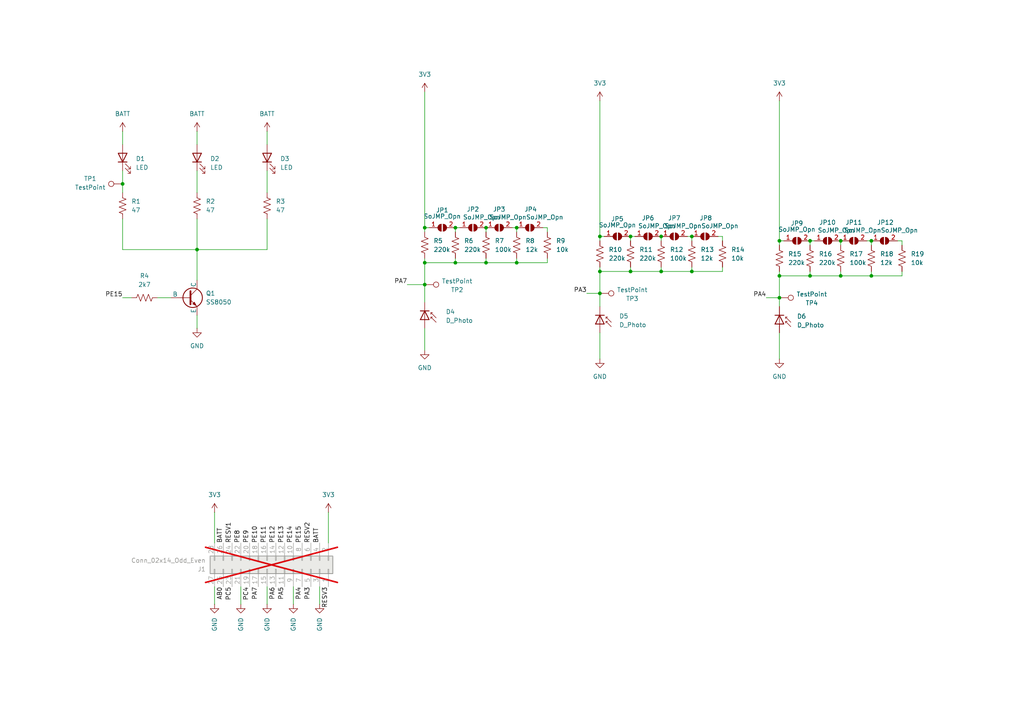
<source format=kicad_sch>
(kicad_sch (version 20231120) (generator "eeschema") (generator_version "8.0")
  (paper "A4")
  (title_block (title "Micro-mouse sensing subsystem") (company "University of Cape Town") (comment 1 "Imraan Banderker") (comment 2 "BNDIMR003"))
  (lib_symbols
    (symbol "Connector:TestPoint" (pin_numbers hide) (pin_names (offset 0.762) hide)
      (property "Reference" "TP" (at 0 6.858 0))
      (property "Value" "TestPoint" (at 0 5.08 0))
      (symbol "TestPoint_0_1"
        (circle (center 0 3.302) (radius 0.762))
      )
      (symbol "TestPoint_1_1"
        (pin passive line (at 0 0 90) (length 2.54) (name "1") (number "1"))
      )
    )
    (symbol "Connector_Generic:Conn_02x14_Odd_Even" (pin_names (offset 1.016) hide)
      (property "Reference" "J" (at 1.27 17.78 0))
      (property "Value" "Conn_02x14_Odd_Even" (at 1.27 -20.32 0))
      (symbol "Conn_02x14_Odd_Even_1_1"
        (rectangle (start -1.27 -17.653) (end 0 -17.907) (stroke (width 0.1524)))
        (rectangle (start -1.27 -15.113) (end 0 -15.367) (stroke (width 0.1524)))
        (rectangle (start -1.27 -12.573) (end 0 -12.827) (stroke (width 0.1524)))
        (rectangle (start -1.27 -10.033) (end 0 -10.287) (stroke (width 0.1524)))
        (rectangle (start -1.27 -7.493) (end 0 -7.747) (stroke (width 0.1524)))
        (rectangle (start -1.27 -4.953) (end 0 -5.207) (stroke (width 0.1524)))
        (rectangle (start -1.27 -2.413) (end 0 -2.667) (stroke (width 0.1524)))
        (rectangle (start -1.27 0.127) (end 0 -0.127) (stroke (width 0.1524)))
        (rectangle (start -1.27 2.667) (end 0 2.413) (stroke (width 0.1524)))
        (rectangle (start -1.27 5.207) (end 0 4.953) (stroke (width 0.1524)))
        (rectangle (start -1.27 7.747) (end 0 7.493) (stroke (width 0.1524)))
        (rectangle (start -1.27 10.287) (end 0 10.033) (stroke (width 0.1524)))
        (rectangle (start -1.27 12.827) (end 0 12.573) (stroke (width 0.1524)))
        (rectangle (start -1.27 15.367) (end 0 15.113) (stroke (width 0.1524)))
        (rectangle (start -1.27 16.51) (end 3.81 -19.05) (stroke (width 0.254)) (fill (type background)))
        (rectangle (start 3.81 -17.653) (end 2.54 -17.907) (stroke (width 0.1524)))
        (rectangle (start 3.81 -15.113) (end 2.54 -15.367) (stroke (width 0.1524)))
        (rectangle (start 3.81 -12.573) (end 2.54 -12.827) (stroke (width 0.1524)))
        (rectangle (start 3.81 -10.033) (end 2.54 -10.287) (stroke (width 0.1524)))
        (rectangle (start 3.81 -7.493) (end 2.54 -7.747) (stroke (width 0.1524)))
        (rectangle (start 3.81 -4.953) (end 2.54 -5.207) (stroke (width 0.1524)))
        (rectangle (start 3.81 -2.413) (end 2.54 -2.667) (stroke (width 0.1524)))
        (rectangle (start 3.81 0.127) (end 2.54 -0.127) (stroke (width 0.1524)))
        (rectangle (start 3.81 2.667) (end 2.54 2.413) (stroke (width 0.1524)))
        (rectangle (start 3.81 5.207) (end 2.54 4.953) (stroke (width 0.1524)))
        (rectangle (start 3.81 7.747) (end 2.54 7.493) (stroke (width 0.1524)))
        (rectangle (start 3.81 10.287) (end 2.54 10.033) (stroke (width 0.1524)))
        (rectangle (start 3.81 12.827) (end 2.54 12.573) (stroke (width 0.1524)))
        (rectangle (start 3.81 15.367) (end 2.54 15.113) (stroke (width 0.1524)))
        (pin passive line (at -5.08 15.24 0) (length 3.81) (name "Pin_1") (number "1"))
        (pin passive line (at 7.62 5.08 180) (length 3.81) (name "Pin_10") (number "10"))
        (pin passive line (at -5.08 2.54 0) (length 3.81) (name "Pin_11") (number "11"))
        (pin passive line (at 7.62 2.54 180) (length 3.81) (name "Pin_12") (number "12"))
        (pin passive line (at -5.08 0 0) (length 3.81) (name "Pin_13") (number "13"))
        (pin passive line (at 7.62 0 180) (length 3.81) (name "Pin_14") (number "14"))
        (pin passive line (at -5.08 -2.54 0) (length 3.81) (name "Pin_15") (number "15"))
        (pin passive line (at 7.62 -2.54 180) (length 3.81) (name "Pin_16") (number "16"))
        (pin passive line (at -5.08 -5.08 0) (length 3.81) (name "Pin_17") (number "17"))
        (pin passive line (at 7.62 -5.08 180) (length 3.81) (name "Pin_18") (number "18"))
        (pin passive line (at -5.08 -7.62 0) (length 3.81) (name "Pin_19") (number "19"))
        (pin passive line (at 7.62 15.24 180) (length 3.81) (name "Pin_2") (number "2"))
        (pin passive line (at 7.62 -7.62 180) (length 3.81) (name "Pin_20") (number "20"))
        (pin passive line (at -5.08 -10.16 0) (length 3.81) (name "Pin_21") (number "21"))
        (pin passive line (at 7.62 -10.16 180) (length 3.81) (name "Pin_22") (number "22"))
        (pin passive line (at -5.08 -12.7 0) (length 3.81) (name "Pin_23") (number "23"))
        (pin passive line (at 7.62 -12.7 180) (length 3.81) (name "Pin_24") (number "24"))
        (pin passive line (at -5.08 -15.24 0) (length 3.81) (name "Pin_25") (number "25"))
        (pin passive line (at 7.62 -15.24 180) (length 3.81) (name "Pin_26") (number "26"))
        (pin passive line (at -5.08 -17.78 0) (length 3.81) (name "Pin_27") (number "27"))
        (pin passive line (at 7.62 -17.78 180) (length 3.81) (name "Pin_28") (number "28"))
        (pin passive line (at -5.08 12.7 0) (length 3.81) (name "Pin_3") (number "3"))
        (pin passive line (at 7.62 12.7 180) (length 3.81) (name "Pin_4") (number "4"))
        (pin passive line (at -5.08 10.16 0) (length 3.81) (name "Pin_5") (number "5"))
        (pin passive line (at 7.62 10.16 180) (length 3.81) (name "Pin_6") (number "6"))
        (pin passive line (at -5.08 7.62 0) (length 3.81) (name "Pin_7") (number "7"))
        (pin passive line (at 7.62 7.62 180) (length 3.81) (name "Pin_8") (number "8"))
        (pin passive line (at -5.08 5.08 0) (length 3.81) (name "Pin_9") (number "9"))
      )
    )
    (symbol "Device:D_Photo" (pin_numbers hide) (pin_names hide)
      (property "Reference" "D" (at 0.508 1.778 0))
      (property "Value" "D_Photo" (at -1.016 -2.794 0))
      (symbol "D_Photo_0_1"
        (polyline (pts (xy -2.54 1.27) (xy -2.54 -1.27)) (stroke (width 0.254)))
        (polyline (pts (xy -2.032 1.778) (xy -1.524 1.778)))
        (polyline (pts (xy 0 0) (xy -2.54 0)))
        (polyline (pts (xy -0.508 3.302) (xy -2.032 1.778) (xy -2.032 2.286)))
        (polyline (pts (xy 0 -1.27) (xy 0 1.27) (xy -2.54 0) (xy 0 -1.27)) (stroke (width 0.254)))
        (polyline (pts (xy 0.762 3.302) (xy -0.762 1.778) (xy -0.762 2.286) (xy -0.762 1.778) (xy -0.254 1.778)))
      )
      (symbol "D_Photo_1_1"
        (pin passive line (at -5.08 0 0) (length 2.54) (name "K") (number "1"))
        (pin passive line (at 2.54 0 180) (length 2.54) (name "A") (number "2"))
      )
    )
    (symbol "Device:LED" (pin_numbers hide) (pin_names (offset 1.016) hide)
      (property "Reference" "D" (at 0 2.54 0))
      (property "Value" "LED" (at 0 -2.54 0))
      (symbol "LED_0_1"
        (polyline (pts (xy -1.27 -1.27) (xy -1.27 1.27)) (stroke (width 0.254)))
        (polyline (pts (xy -1.27 0) (xy 1.27 0)))
        (polyline (pts (xy 1.27 -1.27) (xy 1.27 1.27) (xy -1.27 0) (xy 1.27 -1.27)) (stroke (width 0.254)))
        (polyline (pts (xy -3.048 -0.762) (xy -4.572 -2.286) (xy -3.81 -2.286) (xy -4.572 -2.286) (xy -4.572 -1.524)))
        (polyline (pts (xy -1.778 -0.762) (xy -3.302 -2.286) (xy -2.54 -2.286) (xy -3.302 -2.286) (xy -3.302 -1.524)))
      )
      (symbol "LED_1_1"
        (pin passive line (at -3.81 0 0) (length 2.54) (name "K") (number "1"))
        (pin passive line (at 3.81 0 180) (length 2.54) (name "A") (number "2"))
      )
    )
    (symbol "Device:R_US" (pin_numbers hide) (pin_names (offset 0))
      (property "Reference" "R" (at 2.54 0 90))
      (property "Value" "R_US" (at -2.54 0 90))
      (symbol "R_US_0_1"
        (polyline (pts (xy 0 -2.286) (xy 0 -2.54)))
        (polyline (pts (xy 0 2.286) (xy 0 2.54)))
        (polyline (pts (xy 0 -0.762) (xy 1.016 -1.143) (xy 0 -1.524) (xy -1.016 -1.905) (xy 0 -2.286)))
        (polyline (pts (xy 0 0.762) (xy 1.016 0.381) (xy 0 0) (xy -1.016 -0.381) (xy 0 -0.762)))
        (polyline (pts (xy 0 2.286) (xy 1.016 1.905) (xy 0 1.524) (xy -1.016 1.143) (xy 0 0.762)))
      )
      (symbol "R_US_1_1"
        (pin passive line (at 0 3.81 270) (length 1.27) (name "~") (number "1"))
        (pin passive line (at 0 -3.81 90) (length 1.27) (name "~") (number "2"))
      )
    )
    (symbol "Jumper:SolderJumper_2_Open" (pin_names (offset 0) hide)
      (property "Reference" "JP" (at 0 2.032 0))
      (property "Value" "SolderJumper_2_Open" (at 0 -2.54 0))
      (symbol "SolderJumper_2_Open_0_1"
        (arc (start -0.254 1.016) (mid -1.2656 0) (end -0.254 -1.016))
        (arc (start -0.254 1.016) (mid -1.2656 0) (end -0.254 -1.016) (fill (type outline)))
        (polyline (pts (xy -0.254 1.016) (xy -0.254 -1.016)))
        (polyline (pts (xy 0.254 1.016) (xy 0.254 -1.016)))
        (arc (start 0.254 -1.016) (mid 1.2656 0) (end 0.254 1.016))
        (arc (start 0.254 -1.016) (mid 1.2656 0) (end 0.254 1.016) (fill (type outline)))
      )
      (symbol "SolderJumper_2_Open_1_1"
        (pin passive line (at -3.81 0 0) (length 2.54) (name "A") (number "1"))
        (pin passive line (at 3.81 0 180) (length 2.54) (name "B") (number "2"))
      )
    )
    (symbol "Simulation_SPICE:NPN" (pin_numbers hide) (pin_names (offset 0))
      (property "Reference" "Q" (at -2.54 7.62 0))
      (property "Value" "NPN" (at -2.54 5.08 0))
      (symbol "NPN_0_1"
        (polyline (pts (xy -2.54 0) (xy 0.635 0)) (stroke (width 0.1524)))
        (polyline (pts (xy 0.635 0.635) (xy 2.54 2.54)))
        (polyline (pts (xy 2.794 -1.27) (xy 2.794 -1.27)) (stroke (width 0.1524)))
        (polyline (pts (xy 2.794 -1.27) (xy 2.794 -1.27)) (stroke (width 0.1524)))
        (polyline (pts (xy 0.635 -0.635) (xy 2.54 -2.54) (xy 2.54 -2.54)))
        (polyline (pts (xy 0.635 1.905) (xy 0.635 -1.905) (xy 0.635 -1.905)) (stroke (width 0.508)))
        (polyline (pts (xy 1.27 -1.778) (xy 1.778 -1.27) (xy 2.286 -2.286) (xy 1.27 -1.778) (xy 1.27 -1.778)) (fill (type outline)))
        (circle (center 1.27 0) (radius 2.8194) (stroke (width 0.254)))
      )
      (symbol "NPN_1_1"
        (pin open_collector line (at 2.54 5.08 270) (length 2.54) (name "C") (number "1"))
        (pin input line (at -5.08 0 0) (length 2.54) (name "B") (number "2"))
        (pin open_emitter line (at 2.54 -5.08 90) (length 2.54) (name "E") (number "3"))
      )
    )
    (symbol "power:+3V3" (power) (pin_numbers hide) (pin_names (offset 0) hide)
      (property "Value" "+3V3" (at 0 3.556 0))
      (symbol "+3V3_0_1"
        (polyline (pts (xy -0.762 1.27) (xy 0 2.54)))
        (polyline (pts (xy 0 0) (xy 0 2.54)))
        (polyline (pts (xy 0 2.54) (xy 0.762 1.27)))
      )
      (symbol "+3V3_1_1"
        (pin power_in line (at 0 0 90) (length 0) (name "~") (number "1"))
      )
    )
    (symbol "power:GND" (power) (pin_numbers hide) (pin_names (offset 0) hide)
      (property "Value" "GND" (at 0 -3.81 0))
      (symbol "GND_0_1"
        (polyline (pts (xy 0 0) (xy 0 -1.27) (xy 1.27 -1.27) (xy 0 -2.54) (xy -1.27 -1.27) (xy 0 -1.27)))
      )
      (symbol "GND_1_1"
        (pin power_in line (at 0 0 270) (length 0) (name "~") (number "1"))
      )
    )
    (symbol "power:VDD" (power) (pin_numbers hide) (pin_names (offset 0) hide)
      (property "Value" "VDD" (at 0 3.556 0))
      (symbol "VDD_0_1"
        (polyline (pts (xy -0.762 1.27) (xy 0 2.54)))
        (polyline (pts (xy 0 0) (xy 0 2.54)))
        (polyline (pts (xy 0 2.54) (xy 0.762 1.27)))
      )
      (symbol "VDD_1_1"
        (pin power_in line (at 0 0 90) (length 0) (name "~") (number "1"))
      )
    )
  )
  (junction (at 57.15 72.39))
  (junction (at 252.73 69.85))
  (junction (at 182.88 68.58))
  (junction (at 149.86 76.2))
  (junction (at 173.99 78.74))
  (junction (at 200.66 68.58))
  (junction (at 226.06 80.01))
  (junction (at 191.77 78.74))
  (junction (at 173.99 68.58))
  (junction (at 132.08 76.2))
  (junction (at 226.06 86.36))
  (junction (at 191.77 68.58))
  (junction (at 243.84 80.01))
  (junction (at 173.99 85.09))
  (junction (at 140.97 66.04))
  (junction (at 149.86 66.04))
  (junction (at 140.97 76.2))
  (junction (at 132.08 66.04))
  (junction (at 234.95 69.85))
  (junction (at 123.19 82.55))
  (junction (at 35.56 53.34))
  (junction (at 182.88 78.74))
  (junction (at 226.06 69.85))
  (junction (at 123.19 66.04))
  (junction (at 200.66 78.74))
  (junction (at 234.95 80.01))
  (junction (at 243.84 69.85))
  (junction (at 123.19 76.2))
  (junction (at 252.73 80.01))
  (wire (pts (xy 57.15 38.1) (xy 57.15 41.91)))
  (wire (pts (xy 199.39 68.58) (xy 200.66 68.58)))
  (wire (pts (xy 77.47 63.5) (xy 77.47 72.39)))
  (wire (pts (xy 132.08 76.2) (xy 123.19 76.2)))
  (wire (pts (xy 226.06 69.85) (xy 226.06 71.12)))
  (wire (pts (xy 57.15 72.39) (xy 77.47 72.39)))
  (wire (pts (xy 62.23 175.26) (xy 62.23 170.18)))
  (wire (pts (xy 226.06 86.36) (xy 226.06 88.9)))
  (wire (pts (xy 77.47 49.53) (xy 77.47 55.88)))
  (wire (pts (xy 170.18 85.09) (xy 173.99 85.09)))
  (wire (pts (xy 149.86 76.2) (xy 158.75 76.2)))
  (wire (pts (xy 243.84 71.12) (xy 243.84 69.85)))
  (wire (pts (xy 123.19 66.04) (xy 124.46 66.04)))
  (wire (pts (xy 209.55 68.58) (xy 209.55 69.85)))
  (wire (pts (xy 226.06 29.21) (xy 226.06 69.85)))
  (wire (pts (xy 234.95 69.85) (xy 236.22 69.85)))
  (wire (pts (xy 35.56 49.53) (xy 35.56 53.34)))
  (wire (pts (xy 182.88 78.74) (xy 191.77 78.74)))
  (wire (pts (xy 92.71 175.26) (xy 92.71 170.18)))
  (wire (pts (xy 132.08 66.04) (xy 133.35 66.04)))
  (wire (pts (xy 35.56 38.1) (xy 35.56 41.91)))
  (wire (pts (xy 123.19 95.25) (xy 123.19 101.6)))
  (wire (pts (xy 45.72 86.36) (xy 49.53 86.36)))
  (wire (pts (xy 252.73 69.85) (xy 252.73 71.12)))
  (wire (pts (xy 158.75 74.93) (xy 158.75 76.2)))
  (wire (pts (xy 191.77 77.47) (xy 191.77 78.74)))
  (wire (pts (xy 191.77 69.85) (xy 191.77 68.58)))
  (wire (pts (xy 35.56 63.5) (xy 35.56 72.39)))
  (wire (pts (xy 85.09 175.26) (xy 85.09 170.18)))
  (wire (pts (xy 123.19 82.55) (xy 123.19 87.63)))
  (wire (pts (xy 140.97 67.31) (xy 140.97 66.04)))
  (wire (pts (xy 260.35 69.85) (xy 261.62 69.85)))
  (wire (pts (xy 57.15 72.39) (xy 57.15 81.28)))
  (wire (pts (xy 77.47 175.26) (xy 77.47 170.18)))
  (wire (pts (xy 182.88 78.74) (xy 173.99 78.74)))
  (wire (pts (xy 69.85 175.26) (xy 69.85 170.18)))
  (wire (pts (xy 132.08 66.04) (xy 132.08 67.31)))
  (wire (pts (xy 173.99 85.09) (xy 173.99 88.9)))
  (wire (pts (xy 200.66 68.58) (xy 200.66 69.85)))
  (wire (pts (xy 57.15 49.53) (xy 57.15 55.88)))
  (wire (pts (xy 35.56 72.39) (xy 57.15 72.39)))
  (wire (pts (xy 252.73 80.01) (xy 261.62 80.01)))
  (wire (pts (xy 77.47 38.1) (xy 77.47 41.91)))
  (wire (pts (xy 62.23 148.59) (xy 62.23 157.48)))
  (wire (pts (xy 148.59 66.04) (xy 149.86 66.04)))
  (wire (pts (xy 149.86 66.04) (xy 149.86 67.31)))
  (wire (pts (xy 123.19 76.2) (xy 123.19 82.55)))
  (wire (pts (xy 252.73 78.74) (xy 252.73 80.01)))
  (wire (pts (xy 149.86 74.93) (xy 149.86 76.2)))
  (wire (pts (xy 243.84 78.74) (xy 243.84 80.01)))
  (wire (pts (xy 157.48 66.04) (xy 158.75 66.04)))
  (wire (pts (xy 261.62 69.85) (xy 261.62 71.12)))
  (wire (pts (xy 173.99 78.74) (xy 173.99 85.09)))
  (wire (pts (xy 243.84 80.01) (xy 252.73 80.01)))
  (wire (pts (xy 123.19 66.04) (xy 123.19 67.31)))
  (wire (pts (xy 118.11 82.55) (xy 123.19 82.55)))
  (wire (pts (xy 35.56 53.34) (xy 35.56 55.88)))
  (wire (pts (xy 35.56 86.36) (xy 38.1 86.36)))
  (wire (pts (xy 222.25 86.36) (xy 226.06 86.36)))
  (wire (pts (xy 57.15 91.44) (xy 57.15 95.25)))
  (wire (pts (xy 95.25 157.48) (xy 95.25 148.59)))
  (wire (pts (xy 132.08 74.93) (xy 132.08 76.2)))
  (wire (pts (xy 226.06 80.01) (xy 226.06 86.36)))
  (wire (pts (xy 226.06 96.52) (xy 226.06 104.14)))
  (wire (pts (xy 234.95 78.74) (xy 234.95 80.01)))
  (wire (pts (xy 261.62 78.74) (xy 261.62 80.01)))
  (wire (pts (xy 132.08 76.2) (xy 140.97 76.2)))
  (wire (pts (xy 234.95 80.01) (xy 226.06 80.01)))
  (wire (pts (xy 200.66 77.47) (xy 200.66 78.74)))
  (wire (pts (xy 191.77 78.74) (xy 200.66 78.74)))
  (wire (pts (xy 173.99 68.58) (xy 173.99 69.85)))
  (wire (pts (xy 208.28 68.58) (xy 209.55 68.58)))
  (wire (pts (xy 140.97 74.93) (xy 140.97 76.2)))
  (wire (pts (xy 173.99 29.21) (xy 173.99 68.58)))
  (wire (pts (xy 226.06 69.85) (xy 227.33 69.85)))
  (wire (pts (xy 123.19 74.93) (xy 123.19 76.2)))
  (wire (pts (xy 251.46 69.85) (xy 252.73 69.85)))
  (wire (pts (xy 182.88 77.47) (xy 182.88 78.74)))
  (wire (pts (xy 173.99 68.58) (xy 175.26 68.58)))
  (wire (pts (xy 182.88 68.58) (xy 184.15 68.58)))
  (wire (pts (xy 209.55 77.47) (xy 209.55 78.74)))
  (wire (pts (xy 182.88 68.58) (xy 182.88 69.85)))
  (wire (pts (xy 200.66 78.74) (xy 209.55 78.74)))
  (wire (pts (xy 57.15 63.5) (xy 57.15 72.39)))
  (wire (pts (xy 173.99 96.52) (xy 173.99 104.14)))
  (wire (pts (xy 234.95 80.01) (xy 243.84 80.01)))
  (wire (pts (xy 158.75 66.04) (xy 158.75 67.31)))
  (wire (pts (xy 234.95 69.85) (xy 234.95 71.12)))
  (wire (pts (xy 173.99 77.47) (xy 173.99 78.74)))
  (wire (pts (xy 226.06 78.74) (xy 226.06 80.01)))
  (wire (pts (xy 123.19 26.67) (xy 123.19 66.04)))
  (wire (pts (xy 140.97 76.2) (xy 149.86 76.2)))
  (label "PE9" (at 72.39 157.48 90))
  (label "PE12" (at 80.01 157.48 90))
  (label "PE14" (at 85.09 157.48 90))
  (label "PA5" (at 82.55 170.18 270))
  (label "PA4" (at 222.25 86.36 180))
  (label "PE10" (at 74.93 157.48 90))
  (label "AB0" (at 64.77 170.18 270))
  (label "BATT" (at 92.71 157.48 90))
  (label "PE8" (at 69.85 157.48 90))
  (label "RESV1" (at 67.31 157.48 90))
  (label "PC4" (at 72.39 170.18 270))
  (label "PE13" (at 82.55 157.48 90))
  (label "PC5" (at 67.31 170.18 270))
  (label "BATT" (at 64.77 157.48 90))
  (label "PE15" (at 87.63 157.48 90))
  (label "PE11" (at 77.47 157.48 90))
  (label "PA7" (at 74.93 170.18 270))
  (label "PA7" (at 118.11 82.55 180))
  (label "PA3" (at 90.17 170.18 270))
  (label "PA4" (at 87.63 170.18 270))
  (label "PA6" (at 80.01 170.18 270))
  (label "PA3" (at 170.18 85.09 180))
  (label "PE15" (at 35.56 86.36 180))
  (label "RESV3" (at 95.25 170.18 270))
  (label "RESV2" (at 90.17 157.48 90))
  (symbol (lib_id "power:GND") (at 85.09 175.26 0) (unit 1)
    (property "Reference" "#PWR014" (effects (hide yes)))
    (property "Value" "GND" (at 85.0899 179.07 90) (effects (justify right)))
    (property "Description" "Power symbol creates a global label with name \"GND\" , ground" (effects (hide yes)))
  )
  (symbol (lib_id "Device:LED") (at 77.47 45.72 90) (unit 1)
    (property "Reference" "D3" (at 81.28 46.0374 90) (effects (justify right)))
    (property "Value" "LED" (at 81.28 48.5774 90) (effects (justify right)))
    (property "Footprint" "LED_THT:LED_D5.0mm_Horizontal_O1.27mm_Z3.0mm_Clear" (effects (hide yes)))
    (property "Description" "Light emitting diode" (effects (hide yes)))
    (property "LCSC" "C405270" (effects (hide yes)))
    (property "Extended" "1" (effects (hide yes)))
    (property "Price" "0.0767" (effects (hide yes)))
    (property "Populate" "1" (effects (hide yes)))
  )
  (symbol (lib_id "Jumper:SolderJumper_2_Open") (at 187.96 68.58 0) (unit 1)
    (property "Reference" "JP6" (at 187.96 63.246 0))
    (property "Value" "SoJMP_Opn" (at 190.5 65.532 0))
    (property "Footprint" "Jumper:SolderJumper-2_P1.3mm_Open_RoundedPad1.0x1.5mm" (effects (hide yes)))
    (property "Description" "Solder Jumper, 2-pole, open" (effects (hide yes)))
  )
  (symbol (lib_id "power:GND") (at 57.15 95.25 0) (unit 1)
    (property "Reference" "#PWR04" (effects (hide yes)))
    (property "Value" "GND" (at 57.15 100.33 0))
    (property "Description" "Power symbol creates a global label with name \"GND\" , ground" (effects (hide yes)))
  )
  (symbol (lib_id "Device:R_US") (at 182.88 73.66 0) (unit 1)
    (property "Reference" "R11" (at 185.42 72.3899 0) (effects (justify left)))
    (property "Value" "220k" (at 185.42 74.9299 0) (effects (justify left)))
    (property "Footprint" "Resistor_SMD:R_0805_2012Metric" (effects (hide yes)))
    (property "Description" "Resistor, US symbol" (effects (hide yes)))
    (property "LCSC" "C17556" (effects (hide yes)))
    (property "Extended" "0" (effects (hide yes)))
    (property "Price" "0.0017" (effects (hide yes)))
    (property "Populate" "1" (effects (hide yes)))
  )
  (symbol (lib_id "power:+3V3") (at 173.99 29.21 0) (unit 1)
    (property "Reference" "#PWR09" (effects (hide yes)))
    (property "Value" "3V3" (at 173.99 24.13 0))
    (property "Description" "Power symbol creates a global label with name \"+3V3\"" (effects (hide yes)))
  )
  (symbol (lib_id "Device:R_US") (at 200.66 73.66 0) (unit 1)
    (property "Reference" "R13" (at 203.2 72.3899 0) (effects (justify left)))
    (property "Value" "12k" (at 203.2 74.9299 0) (effects (justify left)))
    (property "Footprint" "Resistor_SMD:R_0805_2012Metric" (effects (hide yes)))
    (property "Description" "Resistor, US symbol" (effects (hide yes)))
    (property "LCSC" "C17444" (effects (hide yes)))
    (property "Extended" "0" (effects (hide yes)))
    (property "Price" "0.0017" (effects (hide yes)))
    (property "Populate" "1" (effects (hide yes)))
  )
  (symbol (lib_id "power:GND") (at 173.99 104.14 0) (unit 1)
    (property "Reference" "#PWR010" (effects (hide yes)))
    (property "Value" "GND" (at 173.99 109.22 0))
    (property "Description" "Power symbol creates a global label with name \"GND\" , ground" (effects (hide yes)))
  )
  (symbol (lib_id "power:GND") (at 92.71 175.26 0) (unit 1)
    (property "Reference" "#PWR013" (effects (hide yes)))
    (property "Value" "GND" (at 92.7099 179.07 90) (effects (justify right)))
    (property "Description" "Power symbol creates a global label with name \"GND\" , ground" (effects (hide yes)))
  )
  (symbol (lib_id "Device:R_US") (at 149.86 71.12 0) (unit 1)
    (property "Reference" "R8" (at 152.4 69.8499 0) (effects (justify left)))
    (property "Value" "12k" (at 152.4 72.3899 0) (effects (justify left)))
    (property "Footprint" "Resistor_SMD:R_0805_2012Metric" (effects (hide yes)))
    (property "Description" "Resistor, US symbol" (effects (hide yes)))
    (property "LCSC" "C17444" (effects (hide yes)))
    (property "Extended" "0" (effects (hide yes)))
    (property "Price" "0.0017" (effects (hide yes)))
    (property "Populate" "1" (effects (hide yes)))
  )
  (symbol (lib_id "Connector:TestPoint") (at 123.19 82.55 270) (unit 1)
    (property "Reference" "TP2" (at 132.588 84.074 90))
    (property "Value" "TestPoint" (at 132.588 81.534 90))
    (property "Footprint" "TestPoint:TestPoint_THTPad_D2.0mm_Drill1.0mm" (effects (hide yes)))
    (property "Description" "test point" (effects (hide yes)))
  )
  (symbol (lib_id "power:VDD") (at 77.47 38.1 0) (unit 1)
    (property "Reference" "#PWR05" (effects (hide yes)))
    (property "Value" "BATT" (at 77.47 33.02 0))
    (property "Description" "Power symbol creates a global label with name \"VDD\"" (effects (hide yes)))
  )
  (symbol (lib_id "Jumper:SolderJumper_2_Open") (at 240.03 69.85 0) (unit 1)
    (property "Reference" "JP10" (at 240.03 64.516 0))
    (property "Value" "SoJMP_Opn" (at 242.57 66.802 0))
    (property "Footprint" "Jumper:SolderJumper-2_P1.3mm_Open_RoundedPad1.0x1.5mm" (effects (hide yes)))
    (property "Description" "Solder Jumper, 2-pole, open" (effects (hide yes)))
  )
  (symbol (lib_id "Device:R_US") (at 226.06 74.93 0) (unit 1)
    (property "Reference" "R15" (at 228.6 73.6599 0) (effects (justify left)))
    (property "Value" "220k" (at 228.6 76.1999 0) (effects (justify left)))
    (property "Footprint" "Resistor_SMD:R_0805_2012Metric" (effects (hide yes)))
    (property "Description" "Resistor, US symbol" (effects (hide yes)))
    (property "LCSC" "C17556" (effects (hide yes)))
    (property "Extended" "0" (effects (hide yes)))
    (property "Price" "0.0017" (effects (hide yes)))
    (property "Populate" "1" (effects (hide yes)))
  )
  (symbol (lib_id "Device:R_US") (at 261.62 74.93 0) (unit 1)
    (property "Reference" "R19" (at 264.16 73.6599 0) (effects (justify left)))
    (property "Value" "10k" (at 264.16 76.1999 0) (effects (justify left)))
    (property "Footprint" "Resistor_SMD:R_0805_2012Metric" (effects (hide yes)))
    (property "Description" "Resistor, US symbol" (effects (hide yes)))
    (property "LCSC" "C17414" (effects (hide yes)))
    (property "Extended" "0" (effects (hide yes)))
    (property "Price" "0.0013" (effects (hide yes)))
    (property "Populate" "1" (effects (hide yes)))
  )
  (symbol (lib_id "Device:D_Photo") (at 173.99 93.98 270) (unit 1)
    (property "Reference" "D5" (at 179.578 91.694 90) (effects (justify left)))
    (property "Value" "D_Photo" (at 179.578 94.234 90) (effects (justify left)))
    (property "Footprint" "LED_THT:LED_D5.0mm_Horizontal_O1.27mm_Z3.0mm_Clear" (effects (hide yes)))
    (property "Description" "Photodiode" (effects (hide yes)))
    (property "LCSC" "C95399" (effects (hide yes)))
    (property "Extended" "1" (effects (hide yes)))
    (property "Price" "0.1518" (effects (hide yes)))
    (property "Populate" "1" (effects (hide yes)))
  )
  (symbol (lib_id "power:GND") (at 69.85 175.26 0) (unit 1)
    (property "Reference" "#PWR016" (effects (hide yes)))
    (property "Value" "GND" (at 69.8499 179.07 90) (effects (justify right)))
    (property "Description" "Power symbol creates a global label with name \"GND\" , ground" (effects (hide yes)))
  )
  (symbol (lib_id "power:+3V3") (at 95.25 148.59 0) (unit 1)
    (property "Reference" "#PWR06" (effects (hide yes)))
    (property "Value" "3V3" (at 95.25 143.51 0))
    (property "Description" "Power symbol creates a global label with name \"+3V3\"" (effects (hide yes)))
  )
  (symbol (lib_id "power:+3V3") (at 62.23 148.59 0) (unit 1)
    (property "Reference" "#PWR01" (effects (hide yes)))
    (property "Value" "3V3" (at 62.23 143.51 0))
    (property "Description" "Power symbol creates a global label with name \"+3V3\"" (effects (hide yes)))
  )
  (symbol (lib_id "Device:R_US") (at 252.73 74.93 0) (unit 1)
    (property "Reference" "R18" (at 255.27 73.6599 0) (effects (justify left)))
    (property "Value" "12k" (at 255.27 76.1999 0) (effects (justify left)))
    (property "Footprint" "Resistor_SMD:R_0805_2012Metric" (effects (hide yes)))
    (property "Description" "Resistor, US symbol" (effects (hide yes)))
    (property "LCSC" "C17444" (effects (hide yes)))
    (property "Extended" "0" (effects (hide yes)))
    (property "Price" "0.0017" (effects (hide yes)))
    (property "Populate" "1" (effects (hide yes)))
  )
  (symbol (lib_id "Device:R_US") (at 234.95 74.93 0) (unit 1)
    (property "Reference" "R16" (at 237.49 73.6599 0) (effects (justify left)))
    (property "Value" "220k" (at 237.49 76.1999 0) (effects (justify left)))
    (property "Footprint" "Resistor_SMD:R_0805_2012Metric" (effects (hide yes)))
    (property "Description" "Resistor, US symbol" (effects (hide yes)))
    (property "LCSC" "C17556" (effects (hide yes)))
    (property "Extended" "0" (effects (hide yes)))
    (property "Price" "0.0017" (effects (hide yes)))
    (property "Populate" "1" (effects (hide yes)))
  )
  (symbol (lib_id "power:VDD") (at 35.56 38.1 0) (unit 1)
    (property "Reference" "#PWR02" (effects (hide yes)))
    (property "Value" "BATT" (at 35.56 33.02 0))
    (property "Description" "Power symbol creates a global label with name \"VDD\"" (effects (hide yes)))
  )
  (symbol (lib_id "power:+3V3") (at 123.19 26.67 0) (unit 1)
    (property "Reference" "#PWR07" (effects (hide yes)))
    (property "Value" "3V3" (at 123.19 21.59 0))
    (property "Description" "Power symbol creates a global label with name \"+3V3\"" (effects (hide yes)))
  )
  (symbol (lib_id "Device:R_US") (at 132.08 71.12 0) (unit 1)
    (property "Reference" "R6" (at 134.62 69.8499 0) (effects (justify left)))
    (property "Value" "220k" (at 134.62 72.3899 0) (effects (justify left)))
    (property "Footprint" "Resistor_SMD:R_0805_2012Metric" (effects (hide yes)))
    (property "Description" "Resistor, US symbol" (effects (hide yes)))
    (property "LCSC" "C17556" (effects (hide yes)))
    (property "Extended" "0" (effects (hide yes)))
    (property "Price" "0.0017" (effects (hide yes)))
    (property "Populate" "1" (effects (hide yes)))
  )
  (symbol (lib_id "power:GND") (at 77.47 175.26 0) (unit 1)
    (property "Reference" "#PWR015" (effects (hide yes)))
    (property "Value" "GND" (at 77.4699 179.07 90) (effects (justify right)))
    (property "Description" "Power symbol creates a global label with name \"GND\" , ground" (effects (hide yes)))
  )
  (symbol (lib_id "Device:R_US") (at 41.91 86.36 90) (unit 1)
    (property "Reference" "R4" (at 41.91 80.01 90))
    (property "Value" "2k7" (at 41.91 82.55 90))
    (property "Footprint" "Resistor_SMD:R_0805_2012Metric" (effects (hide yes)))
    (property "Description" "Resistor, US symbol" (effects (hide yes)))
    (property "LCSC" "C17530" (effects (hide yes)))
    (property "Extended" "0" (effects (hide yes)))
    (property "Price" "0.0016" (effects (hide yes)))
    (property "Populate" "1" (effects (hide yes)))
  )
  (symbol (lib_id "Device:R_US") (at 35.56 59.69 0) (unit 1)
    (property "Reference" "R1" (at 38.1 58.4199 0) (effects (justify left)))
    (property "Value" "47" (at 38.1 60.9599 0) (effects (justify left)))
    (property "Footprint" "Resistor_SMD:R_0805_2012Metric" (effects (hide yes)))
    (property "Description" "Resistor, US symbol" (effects (hide yes)))
    (property "LCSC" "C17714" (effects (hide yes)))
    (property "Extended" "0" (effects (hide yes)))
    (property "Price" "0.0017" (effects (hide yes)))
    (property "Populate" "1" (effects (hide yes)))
  )
  (symbol (lib_id "Jumper:SolderJumper_2_Open") (at 247.65 69.85 0) (unit 1)
    (property "Reference" "JP11" (at 247.65 64.516 0))
    (property "Value" "SoJMP_Opn" (at 250.19 66.802 0))
    (property "Footprint" "Jumper:SolderJumper-2_P1.3mm_Open_RoundedPad1.0x1.5mm" (effects (hide yes)))
    (property "Description" "Solder Jumper, 2-pole, open" (effects (hide yes)))
  )
  (symbol (lib_id "power:GND") (at 123.19 101.6 0) (unit 1)
    (property "Reference" "#PWR08" (effects (hide yes)))
    (property "Value" "GND" (at 123.19 106.68 0))
    (property "Description" "Power symbol creates a global label with name \"GND\" , ground" (effects (hide yes)))
  )
  (symbol (lib_id "power:+3V3") (at 226.06 29.21 0) (unit 1)
    (property "Reference" "#PWR011" (effects (hide yes)))
    (property "Value" "3V3" (at 226.06 24.13 0))
    (property "Description" "Power symbol creates a global label with name \"+3V3\"" (effects (hide yes)))
  )
  (symbol (lib_id "Connector:TestPoint") (at 226.06 86.36 270) (unit 1)
    (property "Reference" "TP4" (at 235.458 87.884 90))
    (property "Value" "TestPoint" (at 235.458 85.344 90))
    (property "Footprint" "TestPoint:TestPoint_THTPad_D2.0mm_Drill1.0mm" (effects (hide yes)))
    (property "Description" "test point" (effects (hide yes)))
  )
  (symbol (lib_id "Device:R_US") (at 123.19 71.12 0) (unit 1)
    (property "Reference" "R5" (at 125.73 69.8499 0) (effects (justify left)))
    (property "Value" "220k" (at 125.73 72.3899 0) (effects (justify left)))
    (property "Footprint" "Resistor_SMD:R_0805_2012Metric" (effects (hide yes)))
    (property "Description" "Resistor, US symbol" (effects (hide yes)))
    (property "LCSC" "C17556" (effects (hide yes)))
    (property "Extended" "0" (effects (hide yes)))
    (property "Price" "0.0017" (effects (hide yes)))
    (property "Populate" "1" (effects (hide yes)))
  )
  (symbol (lib_id "Device:R_US") (at 209.55 73.66 0) (unit 1)
    (property "Reference" "R14" (at 212.09 72.3899 0) (effects (justify left)))
    (property "Value" "10k" (at 212.09 74.9299 0) (effects (justify left)))
    (property "Footprint" "Resistor_SMD:R_0805_2012Metric" (effects (hide yes)))
    (property "Description" "Resistor, US symbol" (effects (hide yes)))
    (property "LCSC" "C17414" (effects (hide yes)))
    (property "Extended" "0" (effects (hide yes)))
    (property "Price" "0.0013" (effects (hide yes)))
    (property "Populate" "1" (effects (hide yes)))
  )
  (symbol (lib_id "Device:LED") (at 57.15 45.72 90) (unit 1)
    (property "Reference" "D2" (at 60.96 46.0374 90) (effects (justify right)))
    (property "Value" "LED" (at 60.96 48.5774 90) (effects (justify right)))
    (property "Footprint" "LED_THT:LED_D5.0mm_Horizontal_O1.27mm_Z3.0mm_Clear" (effects (hide yes)))
    (property "Description" "Light emitting diode" (effects (hide yes)))
    (property "LCSC" "C405270" (effects (hide yes)))
    (property "Extended" "1" (effects (hide yes)))
    (property "Price" "0.0767" (effects (hide yes)))
    (property "Populate" "1" (effects (hide yes)))
  )
  (symbol (lib_id "Device:R_US") (at 191.77 73.66 0) (unit 1)
    (property "Reference" "R12" (at 194.31 72.3899 0) (effects (justify left)))
    (property "Value" "100k" (at 194.31 74.9299 0) (effects (justify left)))
    (property "Footprint" "Resistor_SMD:R_0805_2012Metric" (effects (hide yes)))
    (property "Description" "Resistor, US symbol" (effects (hide yes)))
    (property "LCSC" "C149504" (effects (hide yes)))
    (property "Extended" "0" (effects (hide yes)))
    (property "Price" "0.0017" (effects (hide yes)))
    (property "Populate" "1" (effects (hide yes)))
  )
  (symbol (lib_id "Device:R_US") (at 57.15 59.69 0) (unit 1)
    (property "Reference" "R2" (at 59.69 58.4199 0) (effects (justify left)))
    (property "Value" "47" (at 59.69 60.9599 0) (effects (justify left)))
    (property "Footprint" "Resistor_SMD:R_0805_2012Metric" (effects (hide yes)))
    (property "Description" "Resistor, US symbol" (effects (hide yes)))
    (property "LCSC" "C17714" (effects (hide yes)))
    (property "Extended" "0" (effects (hide yes)))
    (property "Price" "0.0017" (effects (hide yes)))
    (property "Populate" "1" (effects (hide yes)))
  )
  (symbol (lib_id "Jumper:SolderJumper_2_Open") (at 137.16 66.04 0) (unit 1)
    (property "Reference" "JP2" (at 137.16 60.706 0))
    (property "Value" "SoJMP_Opn" (at 139.7 62.992 0))
    (property "Footprint" "Jumper:SolderJumper-2_P1.3mm_Open_RoundedPad1.0x1.5mm" (effects (hide yes)))
    (property "Description" "Solder Jumper, 2-pole, open" (effects (hide yes)))
  )
  (symbol (lib_id "power:GND") (at 62.23 175.26 0) (unit 1)
    (property "Reference" "#PWR017" (effects (hide yes)))
    (property "Value" "GND" (at 62.2299 179.07 90) (effects (justify right)))
    (property "Description" "Power symbol creates a global label with name \"GND\" , ground" (effects (hide yes)))
  )
  (symbol (lib_id "Device:R_US") (at 158.75 71.12 0) (unit 1)
    (property "Reference" "R9" (at 161.29 69.8499 0) (effects (justify left)))
    (property "Value" "10k" (at 161.29 72.3899 0) (effects (justify left)))
    (property "Footprint" "Resistor_SMD:R_0805_2012Metric" (effects (hide yes)))
    (property "Description" "Resistor, US symbol" (effects (hide yes)))
    (property "LCSC" "C17414" (effects (hide yes)))
    (property "Extended" "0" (effects (hide yes)))
    (property "Price" "0.0013" (effects (hide yes)))
    (property "Populate" "1" (effects (hide yes)))
  )
  (symbol (lib_id "power:GND") (at 226.06 104.14 0) (unit 1)
    (property "Reference" "#PWR012" (effects (hide yes)))
    (property "Value" "GND" (at 226.06 109.22 0))
    (property "Description" "Power symbol creates a global label with name \"GND\" , ground" (effects (hide yes)))
  )
  (symbol (lib_id "Device:D_Photo") (at 226.06 93.98 270) (unit 1)
    (property "Reference" "D6" (at 231.14 91.7574 90) (effects (justify left)))
    (property "Value" "D_Photo" (at 231.14 94.2974 90) (effects (justify left)))
    (property "Footprint" "LED_THT:LED_D5.0mm_Horizontal_O1.27mm_Z3.0mm_Clear" (effects (hide yes)))
    (property "Description" "Photodiode" (effects (hide yes)))
    (property "LCSC" "C95399" (effects (hide yes)))
    (property "Extended" "1" (effects (hide yes)))
    (property "Price" "0.1518" (effects (hide yes)))
    (property "Populate" "1" (effects (hide yes)))
  )
  (symbol (lib_id "Jumper:SolderJumper_2_Open") (at 231.14 69.85 0) (unit 1)
    (property "Reference" "JP9" (at 231.14 64.77 0))
    (property "Value" "SoJMP_Opn" (at 231.14 66.548 0))
    (property "Footprint" "Jumper:SolderJumper-2_P1.3mm_Open_RoundedPad1.0x1.5mm" (effects (hide yes)))
    (property "Description" "Solder Jumper, 2-pole, open" (effects (hide yes)))
  )
  (symbol (lib_id "Jumper:SolderJumper_2_Open") (at 144.78 66.04 0) (unit 1)
    (property "Reference" "JP3" (at 144.78 60.706 0))
    (property "Value" "SoJMP_Opn" (at 147.32 62.992 0))
    (property "Footprint" "Jumper:SolderJumper-2_P1.3mm_Open_RoundedPad1.0x1.5mm" (effects (hide yes)))
    (property "Description" "Solder Jumper, 2-pole, open" (effects (hide yes)))
  )
  (symbol (lib_id "Simulation_SPICE:NPN") (at 54.61 86.36 0) (unit 1)
    (property "Reference" "Q1" (at 59.69 85.0899 0) (effects (justify left)))
    (property "Value" "SS8050" (at 59.69 87.6299 0) (effects (justify left)))
    (property "Footprint" "Package_TO_SOT_SMD:SOT-23-3" (effects (hide yes)))
    (property "Datasheet" "https://ngspice.sourceforge.io/docs/ngspice-html-manual/manual.xhtml#cha_BJTs" (effects (hide yes)))
    (property "Description" "Bipolar transistor symbol for simulation only, substrate tied to the emitter" (effects (hide yes)))
    (property "Sim.Device" "NPN" (effects (hide yes)))
    (property "Sim.Type" "GUMMELPOON" (effects (hide yes)))
    (property "Sim.Pins" "1=C 2=B 3=E" (effects (hide yes)))
    (property "LCSC" "C2150" (effects (hide yes)))
    (property "Extended" "0" (effects (hide yes)))
    (property "Price" "0.06" (effects (hide yes)))
  )
  (symbol (lib_id "Jumper:SolderJumper_2_Open") (at 153.67 66.04 0) (unit 1)
    (property "Reference" "JP4" (at 153.924 60.706 0))
    (property "Value" "SoJMP_Opn" (at 157.988 62.992 0))
    (property "Footprint" "Jumper:SolderJumper-2_P1.3mm_Open_RoundedPad1.0x1.5mm" (effects (hide yes)))
    (property "Description" "Solder Jumper, 2-pole, open" (effects (hide yes)))
  )
  (symbol (lib_id "power:VDD") (at 57.15 38.1 0) (unit 1)
    (property "Reference" "#PWR03" (effects (hide yes)))
    (property "Value" "BATT" (at 57.15 33.02 0))
    (property "Description" "Power symbol creates a global label with name \"VDD\"" (effects (hide yes)))
  )
  (symbol (lib_id "Jumper:SolderJumper_2_Open") (at 195.58 68.58 0) (unit 1)
    (property "Reference" "JP7" (at 195.58 63.246 0))
    (property "Value" "SoJMP_Opn" (at 198.12 65.532 0))
    (property "Footprint" "Jumper:SolderJumper-2_P1.3mm_Open_RoundedPad1.0x1.5mm" (effects (hide yes)))
    (property "Description" "Solder Jumper, 2-pole, open" (effects (hide yes)))
  )
  (symbol (lib_id "Connector_Generic:Conn_02x14_Odd_Even") (at 80.01 165.1 270) (mirror x) (unit 1) (dnp yes)
    (property "Reference" "J1" (at 59.69 165.1001 90) (effects (justify right)))
    (property "Value" "Conn_02x14_Odd_Even" (at 59.69 162.5601 90) (effects (justify right)))
    (property "Footprint" "Connector_PinHeader_2.54mm:PinHeader_2x14_P2.54mm_Vertical" (effects (hide yes)))
    (property "Description" "Generic connector, double row, 02x14, odd/even pin numbering scheme (row 1 odd numbers, row 2 even numbers), script generated (kicad-library-utils/schlib/autogen/connector/)" (effects (hide yes)))
  )
  (symbol (lib_id "Device:LED") (at 35.56 45.72 90) (unit 1)
    (property "Reference" "D1" (at 39.37 46.0374 90) (effects (justify right)))
    (property "Value" "LED" (at 39.37 48.5774 90) (effects (justify right)))
    (property "Footprint" "LED_THT:LED_D5.0mm_Horizontal_O1.27mm_Z3.0mm_Clear" (effects (hide yes)))
    (property "Description" "Light emitting diode" (effects (hide yes)))
    (property "LCSC" "C405270" (effects (hide yes)))
    (property "Extended" "1" (effects (hide yes)))
    (property "Price" "0.0767" (effects (hide yes)))
    (property "Populate" "1" (effects (hide yes)))
  )
  (symbol (lib_id "Jumper:SolderJumper_2_Open") (at 128.27 66.04 0) (unit 1)
    (property "Reference" "JP1" (at 128.27 60.96 0))
    (property "Value" "SoJMP_Opn" (at 128.27 62.738 0))
    (property "Footprint" "Jumper:SolderJumper-2_P1.3mm_Open_RoundedPad1.0x1.5mm" (effects (hide yes)))
    (property "Description" "Solder Jumper, 2-pole, open" (effects (hide yes)))
  )
  (symbol (lib_id "Jumper:SolderJumper_2_Open") (at 204.47 68.58 0) (unit 1)
    (property "Reference" "JP8" (at 204.724 63.246 0))
    (property "Value" "SoJMP_Opn" (at 208.788 65.532 0))
    (property "Footprint" "Jumper:SolderJumper-2_P1.3mm_Open_RoundedPad1.0x1.5mm" (effects (hide yes)))
    (property "Description" "Solder Jumper, 2-pole, open" (effects (hide yes)))
  )
  (symbol (lib_id "Connector:TestPoint") (at 173.99 85.09 270) (unit 1)
    (property "Reference" "TP3" (at 183.388 86.614 90))
    (property "Value" "TestPoint" (at 183.388 84.074 90))
    (property "Footprint" "TestPoint:TestPoint_THTPad_D2.0mm_Drill1.0mm" (effects (hide yes)))
    (property "Description" "test point" (effects (hide yes)))
  )
  (symbol (lib_id "Device:D_Photo") (at 123.19 92.71 270) (unit 1)
    (property "Reference" "D4" (at 129.286 90.424 90) (effects (justify left)))
    (property "Value" "D_Photo" (at 129.286 92.964 90) (effects (justify left)))
    (property "Footprint" "LED_THT:LED_D5.0mm_Horizontal_O1.27mm_Z3.0mm_Clear" (effects (hide yes)))
    (property "Description" "Photodiode" (effects (hide yes)))
    (property "LCSC" "C95399" (effects (hide yes)))
    (property "Extended" "1" (effects (hide yes)))
    (property "Price" "0.1518" (effects (hide yes)))
    (property "Populate" "1" (effects (hide yes)))
  )
  (symbol (lib_id "Jumper:SolderJumper_2_Open") (at 256.54 69.85 0) (unit 1)
    (property "Reference" "JP12" (at 256.794 64.516 0))
    (property "Value" "SoJMP_Opn" (at 260.858 66.802 0))
    (property "Footprint" "Jumper:SolderJumper-2_P1.3mm_Open_RoundedPad1.0x1.5mm" (effects (hide yes)))
    (property "Description" "Solder Jumper, 2-pole, open" (effects (hide yes)))
  )
  (symbol (lib_id "Jumper:SolderJumper_2_Open") (at 179.07 68.58 0) (unit 1)
    (property "Reference" "JP5" (at 179.07 63.5 0))
    (property "Value" "SoJMP_Opn" (at 179.07 65.278 0))
    (property "Footprint" "Jumper:SolderJumper-2_P1.3mm_Open_RoundedPad1.0x1.5mm" (effects (hide yes)))
    (property "Description" "Solder Jumper, 2-pole, open" (effects (hide yes)))
  )
  (symbol (lib_id "Device:R_US") (at 173.99 73.66 0) (unit 1)
    (property "Reference" "R10" (at 176.53 72.3899 0) (effects (justify left)))
    (property "Value" "220k" (at 176.53 74.9299 0) (effects (justify left)))
    (property "Footprint" "Resistor_SMD:R_0805_2012Metric" (effects (hide yes)))
    (property "Description" "Resistor, US symbol" (effects (hide yes)))
    (property "LCSC" "C17556" (effects (hide yes)))
    (property "Extended" "0" (effects (hide yes)))
    (property "Price" "0.0017" (effects (hide yes)))
    (property "Populate" "1" (effects (hide yes)))
  )
  (symbol (lib_id "Device:R_US") (at 243.84 74.93 0) (unit 1)
    (property "Reference" "R17" (at 246.38 73.6599 0) (effects (justify left)))
    (property "Value" "100k" (at 246.38 76.1999 0) (effects (justify left)))
    (property "Footprint" "Resistor_SMD:R_0805_2012Metric" (effects (hide yes)))
    (property "Description" "Resistor, US symbol" (effects (hide yes)))
    (property "LCSC" "C149504" (effects (hide yes)))
    (property "Extended" "0" (effects (hide yes)))
    (property "Price" "0.0017" (effects (hide yes)))
    (property "Populate" "1" (effects (hide yes)))
  )
  (symbol (lib_id "Device:R_US") (at 77.47 59.69 0) (unit 1)
    (property "Reference" "R3" (at 80.01 58.4199 0) (effects (justify left)))
    (property "Value" "47" (at 80.01 60.9599 0) (effects (justify left)))
    (property "Footprint" "Resistor_SMD:R_0805_2012Metric" (effects (hide yes)))
    (property "Description" "Resistor, US symbol" (effects (hide yes)))
    (property "LCSC" "C17714" (effects (hide yes)))
    (property "Extended" "0" (effects (hide yes)))
    (property "Price" "0.0017" (effects (hide yes)))
    (property "Populate" "1" (effects (hide yes)))
  )
  (symbol (lib_id "Device:R_US") (at 140.97 71.12 0) (unit 1)
    (property "Reference" "R7" (at 143.51 69.8499 0) (effects (justify left)))
    (property "Value" "100k" (at 143.51 72.3899 0) (effects (justify left)))
    (property "Footprint" "Resistor_SMD:R_0805_2012Metric" (effects (hide yes)))
    (property "Description" "Resistor, US symbol" (effects (hide yes)))
    (property "LCSC" "C149504" (effects (hide yes)))
    (property "Extended" "0" (effects (hide yes)))
    (property "Price" "0.0017" (effects (hide yes)))
    (property "Populate" "1" (effects (hide yes)))
  )
  (symbol (lib_id "Connector:TestPoint") (at 35.56 53.34 90) (unit 1)
    (property "Reference" "TP1" (at 26.162 51.816 90))
    (property "Value" "TestPoint" (at 26.162 54.356 90))
    (property "Footprint" "TestPoint:TestPoint_THTPad_D2.0mm_Drill1.0mm" (effects (hide yes)))
    (property "Description" "test point" (effects (hide yes)))
  )
)
</source>
